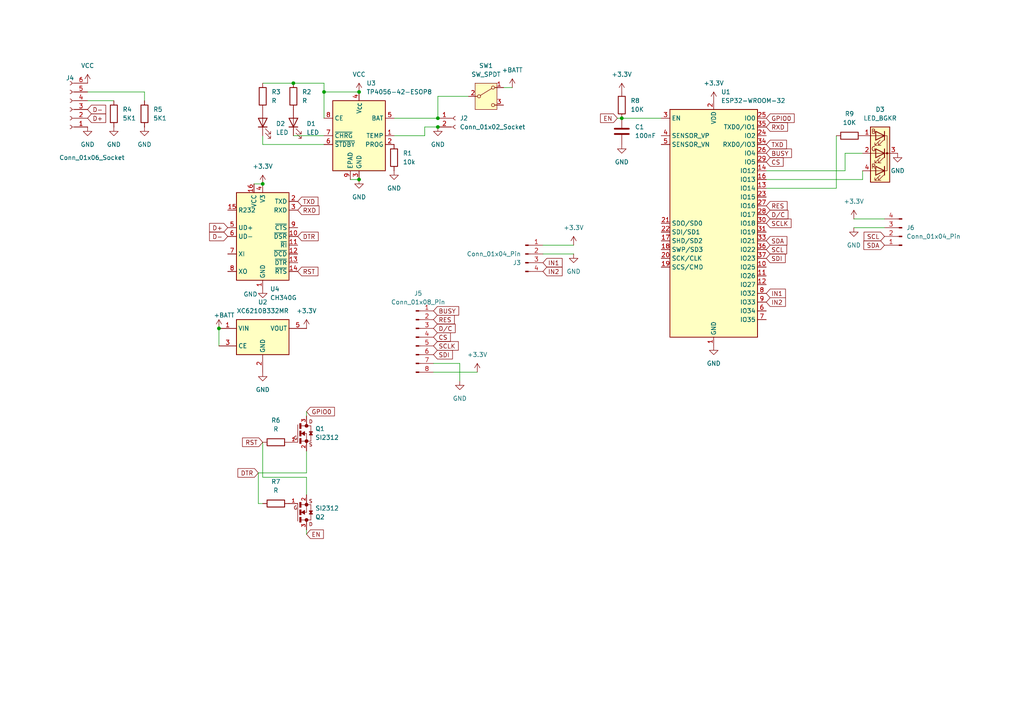
<source format=kicad_sch>
(kicad_sch (version 20250114) (generator "eeschema") (generator_version "9.0")
  (paper "A4")
  (lib_symbols
    (symbol "Battery_Management:TP4056-42-ESOP8"
      (property "Reference" "U" (at -6.604 11.684 0))
      (property "Value" "TP4056-42-ESOP8" (at 10.16 11.684 0))
      (symbol "TP4056-42-ESOP8_1_0"
        (pin input line (at -10.16 5.08 0) (length 2.54) (name "CE") (number "8"))
        (pin open_collector line (at -10.16 0 0) (length 2.54) (name "~{CHRG}") (number "7"))
        (pin open_collector line (at -10.16 -2.54 0) (length 2.54) (name "~{STDBY}") (number "6"))
        (pin passive line (at -2.54 -12.7 90) (length 2.54) (name "EPAD") (number "9"))
        (pin power_in line (at 0 12.7 270) (length 2.54) (name "V_{CC}") (number "4"))
        (pin power_in line (at 0 -12.7 90) (length 2.54) (name "GND") (number "3"))
        (pin power_out line (at 10.16 5.08 180) (length 2.54) (name "BAT") (number "5"))
        (pin input line (at 10.16 0 180) (length 2.54) (name "TEMP") (number "1"))
        (pin passive line (at 10.16 -2.54 180) (length 2.54) (name "PROG") (number "2"))
      )
      (symbol "TP4056-42-ESOP8_1_1"
        (rectangle (start -7.62 10.16) (end 7.62 -10.16) (stroke (width 0.254)) (fill (type background)))
      )
    )
    (symbol "Connector:Conn_01x02_Socket" (pin_names (offset 1.016) (hide yes))
      (property "Reference" "J" (at 0 2.54 0))
      (property "Value" "Conn_01x02_Socket" (at 0 -5.08 0))
      (symbol "Conn_01x02_Socket_1_1"
        (polyline (pts (xy -1.27 0) (xy -0.508 0)) (stroke (width 0.1524)))
        (polyline (pts (xy -1.27 -2.54) (xy -0.508 -2.54)) (stroke (width 0.1524)))
        (arc (start 0 -0.508) (mid -0.5058 0) (end 0 0.508) (stroke (width 0.1524)))
        (arc (start 0 -3.048) (mid -0.5058 -2.54) (end 0 -2.032) (stroke (width 0.1524)))
        (pin passive line (at -5.08 0 0) (length 3.81) (name "Pin_1") (number "1"))
        (pin passive line (at -5.08 -2.54 0) (length 3.81) (name "Pin_2") (number "2"))
      )
    )
    (symbol "Connector:Conn_01x04_Pin" (pin_names (offset 1.016) (hide yes))
      (property "Reference" "J" (at 0 5.08 0))
      (property "Value" "Conn_01x04_Pin" (at 0 -7.62 0))
      (symbol "Conn_01x04_Pin_1_1"
        (rectangle (start 0.8636 2.667) (end 0 2.413) (stroke (width 0.1524)) (fill (type outline)))
        (rectangle (start 0.8636 0.127) (end 0 -0.127) (stroke (width 0.1524)) (fill (type outline)))
        (rectangle (start 0.8636 -2.413) (end 0 -2.667) (stroke (width 0.1524)) (fill (type outline)))
        (rectangle (start 0.8636 -4.953) (end 0 -5.207) (stroke (width 0.1524)) (fill (type outline)))
        (polyline (pts (xy 1.27 2.54) (xy 0.8636 2.54)) (stroke (width 0.1524)))
        (polyline (pts (xy 1.27 0) (xy 0.8636 0)) (stroke (width 0.1524)))
        (polyline (pts (xy 1.27 -2.54) (xy 0.8636 -2.54)) (stroke (width 0.1524)))
        (polyline (pts (xy 1.27 -5.08) (xy 0.8636 -5.08)) (stroke (width 0.1524)))
        (pin passive line (at 5.08 2.54 180) (length 3.81) (name "Pin_1") (number "1"))
        (pin passive line (at 5.08 0 180) (length 3.81) (name "Pin_2") (number "2"))
        (pin passive line (at 5.08 -2.54 180) (length 3.81) (name "Pin_3") (number "3"))
        (pin passive line (at 5.08 -5.08 180) (length 3.81) (name "Pin_4") (number "4"))
      )
    )
    (symbol "Connector:Conn_01x06_Socket" (pin_names (offset 1.016) (hide yes))
      (property "Reference" "J" (at 0 7.62 0))
      (property "Value" "Conn_01x06_Socket" (at 0 -10.16 0))
      (symbol "Conn_01x06_Socket_1_1"
        (polyline (pts (xy -1.27 5.08) (xy -0.508 5.08)) (stroke (width 0.1524)))
        (polyline (pts (xy -1.27 2.54) (xy -0.508 2.54)) (stroke (width 0.1524)))
        (polyline (pts (xy -1.27 0) (xy -0.508 0)) (stroke (width 0.1524)))
        (polyline (pts (xy -1.27 -2.54) (xy -0.508 -2.54)) (stroke (width 0.1524)))
        (polyline (pts (xy -1.27 -5.08) (xy -0.508 -5.08)) (stroke (width 0.1524)))
        (polyline (pts (xy -1.27 -7.62) (xy -0.508 -7.62)) (stroke (width 0.1524)))
        (arc (start 0 4.572) (mid -0.5058 5.08) (end 0 5.588) (stroke (width 0.1524)))
        (arc (start 0 2.032) (mid -0.5058 2.54) (end 0 3.048) (stroke (width 0.1524)))
        (arc (start 0 -0.508) (mid -0.5058 0) (end 0 0.508) (stroke (width 0.1524)))
        (arc (start 0 -3.048) (mid -0.5058 -2.54) (end 0 -2.032) (stroke (width 0.1524)))
        (arc (start 0 -5.588) (mid -0.5058 -5.08) (end 0 -4.572) (stroke (width 0.1524)))
        (arc (start 0 -8.128) (mid -0.5058 -7.62) (end 0 -7.112) (stroke (width 0.1524)))
        (pin passive line (at -5.08 5.08 0) (length 3.81) (name "Pin_1") (number "1"))
        (pin passive line (at -5.08 2.54 0) (length 3.81) (name "Pin_2") (number "2"))
        (pin passive line (at -5.08 0 0) (length 3.81) (name "Pin_3") (number "3"))
        (pin passive line (at -5.08 -2.54 0) (length 3.81) (name "Pin_4") (number "4"))
        (pin passive line (at -5.08 -5.08 0) (length 3.81) (name "Pin_5") (number "5"))
        (pin passive line (at -5.08 -7.62 0) (length 3.81) (name "Pin_6") (number "6"))
      )
    )
    (symbol "Connector:Conn_01x08_Pin" (pin_names (offset 1.016) (hide yes))
      (property "Reference" "J" (at 0 10.16 0))
      (property "Value" "Conn_01x08_Pin" (at 0 -12.7 0))
      (symbol "Conn_01x08_Pin_1_1"
        (rectangle (start 0.8636 7.747) (end 0 7.493) (stroke (width 0.1524)) (fill (type outline)))
        (rectangle (start 0.8636 5.207) (end 0 4.953) (stroke (width 0.1524)) (fill (type outline)))
        (rectangle (start 0.8636 2.667) (end 0 2.413) (stroke (width 0.1524)) (fill (type outline)))
        (rectangle (start 0.8636 0.127) (end 0 -0.127) (stroke (width 0.1524)) (fill (type outline)))
        (rectangle (start 0.8636 -2.413) (end 0 -2.667) (stroke (width 0.1524)) (fill (type outline)))
        (rectangle (start 0.8636 -4.953) (end 0 -5.207) (stroke (width 0.1524)) (fill (type outline)))
        (rectangle (start 0.8636 -7.493) (end 0 -7.747) (stroke (width 0.1524)) (fill (type outline)))
        (rectangle (start 0.8636 -10.033) (end 0 -10.287) (stroke (width 0.1524)) (fill (type outline)))
        (polyline (pts (xy 1.27 7.62) (xy 0.8636 7.62)) (stroke (width 0.1524)))
        (polyline (pts (xy 1.27 5.08) (xy 0.8636 5.08)) (stroke (width 0.1524)))
        (polyline (pts (xy 1.27 2.54) (xy 0.8636 2.54)) (stroke (width 0.1524)))
        (polyline (pts (xy 1.27 0) (xy 0.8636 0)) (stroke (width 0.1524)))
        (polyline (pts (xy 1.27 -2.54) (xy 0.8636 -2.54)) (stroke (width 0.1524)))
        (polyline (pts (xy 1.27 -5.08) (xy 0.8636 -5.08)) (stroke (width 0.1524)))
        (polyline (pts (xy 1.27 -7.62) (xy 0.8636 -7.62)) (stroke (width 0.1524)))
        (polyline (pts (xy 1.27 -10.16) (xy 0.8636 -10.16)) (stroke (width 0.1524)))
        (pin passive line (at 5.08 7.62 180) (length 3.81) (name "Pin_1") (number "1"))
        (pin passive line (at 5.08 5.08 180) (length 3.81) (name "Pin_2") (number "2"))
        (pin passive line (at 5.08 2.54 180) (length 3.81) (name "Pin_3") (number "3"))
        (pin passive line (at 5.08 0 180) (length 3.81) (name "Pin_4") (number "4"))
        (pin passive line (at 5.08 -2.54 180) (length 3.81) (name "Pin_5") (number "5"))
        (pin passive line (at 5.08 -5.08 180) (length 3.81) (name "Pin_6") (number "6"))
        (pin passive line (at 5.08 -7.62 180) (length 3.81) (name "Pin_7") (number "7"))
        (pin passive line (at 5.08 -10.16 180) (length 3.81) (name "Pin_8") (number "8"))
      )
    )
    (symbol "Device:C" (pin_numbers (hide yes)) (pin_names (offset 0.254))
      (property "Reference" "C" (at 0.635 2.54 0))
      (property "Value" "C" (at 0.635 -2.54 0))
      (symbol "C_0_1"
        (polyline (pts (xy -2.032 0.762) (xy 2.032 0.762)) (stroke (width 0.508)))
        (polyline (pts (xy -2.032 -0.762) (xy 2.032 -0.762)) (stroke (width 0.508)))
      )
      (symbol "C_1_1"
        (pin passive line (at 0 3.81 270) (length 2.794) (name "~") (number "1"))
        (pin passive line (at 0 -3.81 90) (length 2.794) (name "~") (number "2"))
      )
    )
    (symbol "Device:LED" (pin_numbers (hide yes)) (pin_names (offset 1.016) (hide yes))
      (property "Reference" "D" (at 0 2.54 0))
      (property "Value" "LED" (at 0 -2.54 0))
      (symbol "LED_0_1"
        (polyline (pts (xy -3.048 -0.762) (xy -4.572 -2.286) (xy -3.81 -2.286) (xy -4.572 -2.286) (xy -4.572 -1.524)))
        (polyline (pts (xy -1.778 -0.762) (xy -3.302 -2.286) (xy -2.54 -2.286) (xy -3.302 -2.286) (xy -3.302 -1.524)))
        (polyline (pts (xy -1.27 0) (xy 1.27 0)))
        (polyline (pts (xy -1.27 -1.27) (xy -1.27 1.27)) (stroke (width 0.254)))
        (polyline (pts (xy 1.27 -1.27) (xy 1.27 1.27) (xy -1.27 0) (xy 1.27 -1.27)) (stroke (width 0.254)))
      )
      (symbol "LED_1_1"
        (pin passive line (at -3.81 0 0) (length 2.54) (name "K") (number "1"))
        (pin passive line (at 3.81 0 180) (length 2.54) (name "A") (number "2"))
      )
    )
    (symbol "Device:LED_BGKR" (pin_names (offset 0) (hide yes))
      (property "Reference" "D" (at 0 9.398 0))
      (property "Value" "LED_BGKR" (at 0 -8.89 0))
      (symbol "LED_BGKR_0_0"
        (text "R" (at 1.905 3.81 0) (effects (font (size 1.27 1.27))))
        (text "G" (at 1.905 -1.27 0) (effects (font (size 1.27 1.27))))
        (text "B" (at 1.905 -6.35 0) (effects (font (size 1.27 1.27))))
      )
      (symbol "LED_BGKR_0_1"
        (circle (center -2.032 0) (radius 0.254) (fill (type outline)))
        (polyline (pts (xy -1.27 6.35) (xy -1.27 3.81)) (stroke (width 0.254)))
        (polyline (pts (xy -1.27 6.35) (xy -1.27 3.81) (xy -1.27 3.81)))
        (polyline (pts (xy -1.27 5.08) (xy 1.27 5.08)))
        (polyline (pts (xy -1.27 5.08) (xy -2.032 5.08) (xy -2.032 -5.08) (xy -1.016 -5.08)))
        (polyline (pts (xy -1.27 1.27) (xy -1.27 -1.27)) (stroke (width 0.254)))
        (polyline (pts (xy -1.27 1.27) (xy -1.27 -1.27) (xy -1.27 -1.27)))
        (polyline (pts (xy -1.27 0) (xy -2.54 0)))
        (polyline (pts (xy -1.27 -3.81) (xy -1.27 -6.35)) (stroke (width 0.254)))
        (polyline (pts (xy -1.27 -5.08) (xy 1.27 -5.08)))
        (polyline (pts (xy -1.016 6.35) (xy 0.508 7.874) (xy -0.254 7.874) (xy 0.508 7.874) (xy 0.508 7.112)))
        (polyline (pts (xy -1.016 1.27) (xy 0.508 2.794) (xy -0.254 2.794) (xy 0.508 2.794) (xy 0.508 2.032)))
        (polyline (pts (xy -1.016 -3.81) (xy 0.508 -2.286) (xy -0.254 -2.286) (xy 0.508 -2.286) (xy 0.508 -3.048)))
        (polyline (pts (xy 0 6.35) (xy 1.524 7.874) (xy 0.762 7.874) (xy 1.524 7.874) (xy 1.524 7.112)))
        (polyline (pts (xy 0 1.27) (xy 1.524 2.794) (xy 0.762 2.794) (xy 1.524 2.794) (xy 1.524 2.032)))
        (polyline (pts (xy 0 -3.81) (xy 1.524 -2.286) (xy 0.762 -2.286) (xy 1.524 -2.286) (xy 1.524 -3.048)))
        (polyline (pts (xy 1.27 6.35) (xy 1.27 3.81) (xy -1.27 5.08) (xy 1.27 6.35)) (stroke (width 0.254)))
        (rectangle (start 1.27 6.35) (end 1.27 6.35))
        (polyline (pts (xy 1.27 5.08) (xy 2.54 5.08)))
        (rectangle (start 1.27 3.81) (end 1.27 6.35))
        (polyline (pts (xy 1.27 1.27) (xy 1.27 -1.27) (xy -1.27 0) (xy 1.27 1.27)) (stroke (width 0.254)))
        (rectangle (start 1.27 1.27) (end 1.27 1.27))
        (polyline (pts (xy 1.27 0) (xy -1.27 0)))
        (polyline (pts (xy 1.27 0) (xy 2.54 0)))
        (rectangle (start 1.27 -1.27) (end 1.27 1.27))
        (polyline (pts (xy 1.27 -3.81) (xy 1.27 -6.35) (xy -1.27 -5.08) (xy 1.27 -3.81)) (stroke (width 0.254)))
        (polyline (pts (xy 1.27 -5.08) (xy 2.54 -5.08)))
        (rectangle (start 2.794 8.382) (end -2.794 -7.62) (stroke (width 0.254)) (fill (type background)))
      )
      (symbol "LED_BGKR_1_1"
        (pin passive line (at -5.08 0 0) (length 2.54) (name "K") (number "3"))
        (pin passive line (at 5.08 5.08 180) (length 2.54) (name "RA") (number "4"))
        (pin passive line (at 5.08 0 180) (length 2.54) (name "GA") (number "2"))
        (pin passive line (at 5.08 -5.08 180) (length 2.54) (name "BA") (number "1"))
      )
    )
    (symbol "Device:R" (pin_numbers (hide yes)) (pin_names (offset 0))
      (property "Reference" "R" (at 2.032 0 90))
      (property "Value" "R" (at 0 0 90))
      (symbol "R_0_1"
        (rectangle (start -1.016 -2.54) (end 1.016 2.54) (stroke (width 0.254)))
      )
      (symbol "R_1_1"
        (pin passive line (at 0 3.81 270) (length 1.27) (name "~") (number "1"))
        (pin passive line (at 0 -3.81 90) (length 1.27) (name "~") (number "2"))
      )
    )
    (symbol "Interface_USB:CH340G"
      (property "Reference" "U" (at -5.08 13.97 0))
      (property "Value" "CH340G" (at 1.27 13.97 0))
      (symbol "CH340G_0_1"
        (rectangle (start -7.62 12.7) (end 7.62 -12.7) (stroke (width 0.254)) (fill (type background)))
      )
      (symbol "CH340G_1_1"
        (pin input line (at -10.16 7.62 0) (length 2.54) (name "R232") (number "15"))
        (pin bidirectional line (at -10.16 2.54 0) (length 2.54) (name "UD+") (number "5"))
        (pin bidirectional line (at -10.16 0 0) (length 2.54) (name "UD-") (number "6"))
        (pin input line (at -10.16 -5.08 0) (length 2.54) (name "XI") (number "7"))
        (pin output line (at -10.16 -10.16 0) (length 2.54) (name "XO") (number "8"))
        (pin power_in line (at -2.54 15.24 270) (length 2.54) (name "VCC") (number "16"))
        (pin power_out line (at 0 15.24 270) (length 2.54) (name "V3") (number "4"))
        (pin power_in line (at 0 -15.24 90) (length 2.54) (name "GND") (number "1"))
        (pin output line (at 10.16 10.16 180) (length 2.54) (name "TXD") (number "2"))
        (pin input line (at 10.16 7.62 180) (length 2.54) (name "RXD") (number "3"))
        (pin input line (at 10.16 2.54 180) (length 2.54) (name "~{CTS}") (number "9"))
        (pin input line (at 10.16 0 180) (length 2.54) (name "~{DSR}") (number "10"))
        (pin input line (at 10.16 -2.54 180) (length 2.54) (name "~{RI}") (number "11"))
        (pin input line (at 10.16 -5.08 180) (length 2.54) (name "~{DCD}") (number "12"))
        (pin output line (at 10.16 -7.62 180) (length 2.54) (name "~{DTR}") (number "13"))
        (pin output line (at 10.16 -10.16 180) (length 2.54) (name "~{RTS}") (number "14"))
      )
    )
    (symbol "RF_Module:ESP32-WROOM-32"
      (property "Reference" "U" (at -12.7 34.29 0))
      (property "Value" "ESP32-WROOM-32" (at 1.27 34.29 0))
      (symbol "ESP32-WROOM-32_0_1"
        (rectangle (start -12.7 33.02) (end 12.7 -33.02) (stroke (width 0.254)) (fill (type background)))
      )
      (symbol "ESP32-WROOM-32_1_1"
        (pin input line (at -15.24 30.48 0) (length 2.54) (name "EN") (number "3"))
        (pin input line (at -15.24 25.4 0) (length 2.54) (name "SENSOR_VP") (number "4"))
        (pin input line (at -15.24 22.86 0) (length 2.54) (name "SENSOR_VN") (number "5"))
        (pin bidirectional line (at -15.24 0 0) (length 2.54) (name "SDO/SD0") (number "21"))
        (pin bidirectional line (at -15.24 -2.54 0) (length 2.54) (name "SDI/SD1") (number "22"))
        (pin bidirectional line (at -15.24 -5.08 0) (length 2.54) (name "SHD/SD2") (number "17"))
        (pin bidirectional line (at -15.24 -7.62 0) (length 2.54) (name "SWP/SD3") (number "18"))
        (pin bidirectional line (at -15.24 -10.16 0) (length 2.54) (name "SCK/CLK") (number "20"))
        (pin bidirectional line (at -15.24 -12.7 0) (length 2.54) (name "SCS/CMD") (number "19"))
        (pin no_connect line (at -12.7 -27.94 0) (length 2.54) (hide yes) (name "NC") (number "32"))
        (pin power_in line (at 0 35.56 270) (length 2.54) (name "VDD") (number "2"))
        (pin power_in line (at 0 -35.56 90) (length 2.54) (name "GND") (number "1"))
        (pin passive line (at 0 -35.56 90) (length 2.54) (hide yes) (name "GND") (number "15"))
        (pin passive line (at 0 -35.56 90) (length 2.54) (hide yes) (name "GND") (number "38"))
        (pin passive line (at 0 -35.56 90) (length 2.54) (hide yes) (name "GND") (number "39"))
        (pin bidirectional line (at 15.24 30.48 180) (length 2.54) (name "IO0") (number "25"))
        (pin bidirectional line (at 15.24 27.94 180) (length 2.54) (name "TXD0/IO1") (number "35"))
        (pin bidirectional line (at 15.24 25.4 180) (length 2.54) (name "IO2") (number "24"))
        (pin bidirectional line (at 15.24 22.86 180) (length 2.54) (name "RXD0/IO3") (number "34"))
        (pin bidirectional line (at 15.24 20.32 180) (length 2.54) (name "IO4") (number "26"))
        (pin bidirectional line (at 15.24 17.78 180) (length 2.54) (name "IO5") (number "29"))
        (pin bidirectional line (at 15.24 15.24 180) (length 2.54) (name "IO12") (number "14"))
        (pin bidirectional line (at 15.24 12.7 180) (length 2.54) (name "IO13") (number "16"))
        (pin bidirectional line (at 15.24 10.16 180) (length 2.54) (name "IO14") (number "13"))
        (pin bidirectional line (at 15.24 7.62 180) (length 2.54) (name "IO15") (number "23"))
        (pin bidirectional line (at 15.24 5.08 180) (length 2.54) (name "IO16") (number "27"))
        (pin bidirectional line (at 15.24 2.54 180) (length 2.54) (name "IO17") (number "28"))
        (pin bidirectional line (at 15.24 0 180) (length 2.54) (name "IO18") (number "30"))
        (pin bidirectional line (at 15.24 -2.54 180) (length 2.54) (name "IO19") (number "31"))
        (pin bidirectional line (at 15.24 -5.08 180) (length 2.54) (name "IO21") (number "33"))
        (pin bidirectional line (at 15.24 -7.62 180) (length 2.54) (name "IO22") (number "36"))
        (pin bidirectional line (at 15.24 -10.16 180) (length 2.54) (name "IO23") (number "37"))
        (pin bidirectional line (at 15.24 -12.7 180) (length 2.54) (name "IO25") (number "10"))
        (pin bidirectional line (at 15.24 -15.24 180) (length 2.54) (name "IO26") (number "11"))
        (pin bidirectional line (at 15.24 -17.78 180) (length 2.54) (name "IO27") (number "12"))
        (pin bidirectional line (at 15.24 -20.32 180) (length 2.54) (name "IO32") (number "8"))
        (pin bidirectional line (at 15.24 -22.86 180) (length 2.54) (name "IO33") (number "9"))
        (pin input line (at 15.24 -25.4 180) (length 2.54) (name "IO34") (number "6"))
        (pin input line (at 15.24 -27.94 180) (length 2.54) (name "IO35") (number "7"))
      )
    )
    (symbol "Regulator_Linear:XC6210B332MR"
      (property "Reference" "U" (at 0 8.89 0))
      (property "Value" "XC6210B332MR" (at 0 6.35 0))
      (symbol "XC6210B332MR_0_1"
        (rectangle (start -7.62 5.08) (end 7.62 -5.08) (stroke (width 0.254)) (fill (type background)))
      )
      (symbol "XC6210B332MR_1_1"
        (pin power_in line (at -12.7 2.54 0) (length 5.08) (name "VIN") (number "1"))
        (pin input line (at -12.7 -2.54 0) (length 5.08) (name "CE") (number "3"))
        (pin power_in line (at 0 -10.16 90) (length 5.08) (name "GND") (number "2"))
        (pin no_connect line (at 7.62 -2.54 180) (length 5.08) (hide yes) (name "NC") (number "4"))
        (pin power_out line (at 12.7 2.54 180) (length 5.08) (name "VOUT") (number "5"))
      )
    )
    (symbol "SI2312:SI2312" (pin_names (offset 1.016))
      (property "Reference" "Q" (at 2.54 0 0))
      (property "Value" "SI2312" (at 2.54 -2.54 0))
      (symbol "SI2312_0_0"
        (polyline (pts (xy -2.54 -2.54) (xy -2.54 2.54)) (stroke (width 0.1524)))
        (rectangle (start -2.032 1.397) (end -1.524 2.921) (stroke (width 0.1)) (fill (type outline)))
        (rectangle (start -2.032 -0.762) (end -1.524 0.762) (stroke (width 0.1)) (fill (type outline)))
        (rectangle (start -2.032 -2.921) (end -1.524 -1.397) (stroke (width 0.1)) (fill (type outline)))
        (polyline (pts (xy -1.5875 2.2225) (xy 0 2.2225)) (stroke (width 0.1524)))
        (polyline (pts (xy -1.5875 -2.2225) (xy 0 -2.2225)) (stroke (width 0.1524)))
        (polyline (pts (xy -1.524 0) (xy -0.508 0.635) (xy -0.508 -0.635) (xy -1.524 0)) (stroke (width 0.1016)) (fill (type outline)))
        (polyline (pts (xy -0.508 0) (xy 0 0)) (stroke (width 0.1524)))
        (polyline (pts (xy 0 2.54) (xy 0 2.2225)) (stroke (width 0.1524)))
        (circle (center 0 2.2225) (radius 0.127) (stroke (width 0.4064)))
        (polyline (pts (xy 0 2.2225) (xy 1.27 2.2225)) (stroke (width 0.1524)))
        (polyline (pts (xy 0 0) (xy 0 -2.2225)) (stroke (width 0.1524)))
        (polyline (pts (xy 0 -2.2225) (xy 0 -2.54)) (stroke (width 0.1524)))
        (circle (center 0 -2.2225) (radius 0.127) (stroke (width 0.4064)))
        (rectangle (start 0.762 0.3175) (end 1.778 0.5715) (stroke (width 0.1)) (fill (type outline)))
        (polyline (pts (xy 1.27 2.2225) (xy 1.27 -2.2225)) (stroke (width 0.1524)))
        (polyline (pts (xy 1.27 0.3175) (xy 0.762 -0.4445) (xy 1.778 -0.4445) (xy 1.27 0.3175)) (stroke (width 0.1524)) (fill (type outline)))
        (polyline (pts (xy 1.27 -2.2225) (xy 0 -2.2225)) (stroke (width 0.1524)))
        (text "G" (at -3.81 -1.905 0) (effects (font (size 1.016 1.016)) (justify left bottom)))
        (text "D" (at 0.635 2.8575 0) (effects (font (size 1.016 1.016)) (justify left bottom)))
        (text "S" (at 0.635 -3.81 0) (effects (font (size 1.016 1.016)) (justify left bottom)))
        (pin passive line (at -5.08 -2.54 0) (length 2.54) (name "~") (number "1"))
        (pin passive line (at 0 5.08 270) (length 2.54) (name "~") (number "3"))
        (pin passive line (at 0 -5.08 90) (length 2.54) (name "~") (number "2"))
      )
    )
    (symbol "Switch:SW_SPDT" (pin_names (offset 0) (hide yes))
      (property "Reference" "SW" (at 0 5.08 0))
      (property "Value" "SW_SPDT" (at 0 -5.08 0))
      (symbol "SW_SPDT_0_1"
        (circle (center -2.032 0) (radius 0.4572))
        (polyline (pts (xy -1.651 0.254) (xy 1.651 2.286)))
        (circle (center 2.032 2.54) (radius 0.4572))
        (circle (center 2.032 -2.54) (radius 0.4572))
      )
      (symbol "SW_SPDT_1_1"
        (rectangle (start -3.175 3.81) (end 3.175 -3.81) (fill (type background)))
        (pin passive line (at -5.08 0 0) (length 2.54) (name "B") (number "2"))
        (pin passive line (at 5.08 2.54 180) (length 2.54) (name "A") (number "1"))
        (pin passive line (at 5.08 -2.54 180) (length 2.54) (name "C") (number "3"))
      )
    )
    (symbol "power:+3.3V" (power) (pin_numbers (hide yes)) (pin_names (offset 0) (hide yes))
      (property "Value" "+3.3V" (at 0 3.556 0))
      (symbol "+3.3V_0_1"
        (polyline (pts (xy -0.762 1.27) (xy 0 2.54)))
        (polyline (pts (xy 0 2.54) (xy 0.762 1.27)))
        (polyline (pts (xy 0 0) (xy 0 2.54)))
      )
      (symbol "+3.3V_1_1"
        (pin power_in line (at 0 0 90) (length 0) (name "~") (number "1"))
      )
    )
    (symbol "power:+BATT" (power) (pin_numbers (hide yes)) (pin_names (offset 0) (hide yes))
      (property "Value" "+BATT" (at 0 3.556 0))
      (symbol "+BATT_0_1"
        (polyline (pts (xy -0.762 1.27) (xy 0 2.54)))
        (polyline (pts (xy 0 2.54) (xy 0.762 1.27)))
        (polyline (pts (xy 0 0) (xy 0 2.54)))
      )
      (symbol "+BATT_1_1"
        (pin power_in line (at 0 0 90) (length 0) (name "~") (number "1"))
      )
    )
    (symbol "power:GND" (power) (pin_numbers (hide yes)) (pin_names (offset 0) (hide yes))
      (property "Value" "GND" (at 0 -3.81 0))
      (symbol "GND_0_1"
        (polyline (pts (xy 0 0) (xy 0 -1.27) (xy 1.27 -1.27) (xy 0 -2.54) (xy -1.27 -1.27) (xy 0 -1.27)))
      )
      (symbol "GND_1_1"
        (pin power_in line (at 0 0 270) (length 0) (name "~") (number "1"))
      )
    )
    (symbol "power:VCC" (power) (pin_numbers (hide yes)) (pin_names (offset 0) (hide yes))
      (property "Value" "VCC" (at 0 3.556 0))
      (symbol "VCC_0_1"
        (polyline (pts (xy -0.762 1.27) (xy 0 2.54)))
        (polyline (pts (xy 0 2.54) (xy 0.762 1.27)))
        (polyline (pts (xy 0 0) (xy 0 2.54)))
      )
      (symbol "VCC_1_1"
        (pin power_in line (at 0 0 90) (length 0) (name "~") (number "1"))
      )
    )
  )
  (junction (at 127 34.29))
  (junction (at 127 36.83))
  (junction (at 180.34 34.29))
  (junction (at 85.09 24.13))
  (junction (at 76.2 53.34))
  (junction (at 104.14 52.07))
  (junction (at 63.5 95.25))
  (junction (at 104.14 26.67))
  (junction (at 93.98 26.67))
  (wire (pts (xy 250.19 44.45) (xy 245.11 44.45)))
  (wire (pts (xy 63.5 95.25) (xy 63.5 100.33)))
  (wire (pts (xy 76.2 138.43) (xy 88.9 138.43)))
  (wire (pts (xy 180.34 34.29) (xy 191.77 34.29)))
  (wire (pts (xy 123.19 36.83) (xy 123.19 39.37)))
  (wire (pts (xy 127 27.94) (xy 127 34.29)))
  (wire (pts (xy 88.9 138.43) (xy 88.9 143.51)))
  (wire (pts (xy 114.3 34.29) (xy 127 34.29)))
  (wire (pts (xy 157.48 71.12) (xy 166.37 71.12)))
  (wire (pts (xy 85.09 24.13) (xy 93.98 24.13)))
  (wire (pts (xy 250.19 52.07) (xy 222.25 52.07)))
  (wire (pts (xy 125.73 107.95) (xy 138.43 107.95)))
  (wire (pts (xy 250.19 49.53) (xy 250.19 52.07)))
  (wire (pts (xy 74.93 146.05) (xy 76.2 146.05)))
  (wire (pts (xy 93.98 41.91) (xy 76.2 41.91)))
  (wire (pts (xy 148.59 25.4) (xy 146.05 25.4)))
  (wire (pts (xy 88.9 137.16) (xy 74.93 137.16)))
  (wire (pts (xy 247.65 66.04) (xy 256.54 66.04)))
  (wire (pts (xy 76.2 24.13) (xy 85.09 24.13)))
  (wire (pts (xy 88.9 130.81) (xy 88.9 137.16)))
  (wire (pts (xy 245.11 49.53) (xy 222.25 49.53)))
  (wire (pts (xy 242.57 54.61) (xy 222.25 54.61)))
  (wire (pts (xy 25.4 26.67) (xy 41.91 26.67)))
  (wire (pts (xy 133.35 110.49) (xy 133.35 105.41)))
  (wire (pts (xy 73.66 53.34) (xy 76.2 53.34)))
  (wire (pts (xy 41.91 26.67) (xy 41.91 29.21)))
  (wire (pts (xy 245.11 44.45) (xy 245.11 49.53)))
  (wire (pts (xy 74.93 137.16) (xy 74.93 146.05)))
  (wire (pts (xy 101.6 52.07) (xy 104.14 52.07)))
  (wire (pts (xy 123.19 36.83) (xy 127 36.83)))
  (wire (pts (xy 114.3 39.37) (xy 123.19 39.37)))
  (wire (pts (xy 247.65 63.5) (xy 256.54 63.5)))
  (wire (pts (xy 85.09 39.37) (xy 93.98 39.37)))
  (wire (pts (xy 133.35 105.41) (xy 125.73 105.41)))
  (wire (pts (xy 33.02 29.21) (xy 25.4 29.21)))
  (wire (pts (xy 88.9 154.94) (xy 88.9 153.67)))
  (wire (pts (xy 179.07 34.29) (xy 180.34 34.29)))
  (wire (pts (xy 76.2 41.91) (xy 76.2 39.37)))
  (wire (pts (xy 88.9 119.38) (xy 88.9 120.65)))
  (wire (pts (xy 93.98 26.67) (xy 104.14 26.67)))
  (wire (pts (xy 242.57 39.37) (xy 242.57 54.61)))
  (wire (pts (xy 135.89 27.94) (xy 127 27.94)))
  (wire (pts (xy 93.98 34.29) (xy 93.98 26.67)))
  (wire (pts (xy 157.48 73.66) (xy 166.37 73.66)))
  (wire (pts (xy 76.2 128.27) (xy 76.2 138.43)))
  (wire (pts (xy 93.98 24.13) (xy 93.98 26.67)))
  (global_label "CS" (shape input) (at 125.73 97.79 0) (property "Intersheetrefs" "${INTERSHEET_REFS}" (effects (hide yes))))
  (global_label "D{slash}C" (shape input) (at 125.73 95.25 0) (property "Intersheetrefs" "${INTERSHEET_REFS}" (effects (hide yes))))
  (global_label "RES" (shape input) (at 125.73 92.71 0) (property "Intersheetrefs" "${INTERSHEET_REFS}" (effects (hide yes))))
  (global_label "SDI" (shape input) (at 125.73 102.87 0) (property "Intersheetrefs" "${INTERSHEET_REFS}" (effects (hide yes))))
  (global_label "SCL" (shape input) (at 222.25 72.39 0) (property "Intersheetrefs" "${INTERSHEET_REFS}" (effects (hide yes))))
  (global_label "EN" (shape input) (at 179.07 34.29 180) (property "Intersheetrefs" "${INTERSHEET_REFS}" (effects (hide yes))))
  (global_label "DTR" (shape input) (at 86.36 68.58 0) (property "Intersheetrefs" "${INTERSHEET_REFS}" (effects (hide yes))))
  (global_label "IN1" (shape input) (at 222.25 85.09 0) (property "Intersheetrefs" "${INTERSHEET_REFS}" (effects (hide yes))))
  (global_label "D-" (shape input) (at 25.4 31.75 0) (property "Intersheetrefs" "${INTERSHEET_REFS}" (effects (hide yes))))
  (global_label "GPIO0" (shape input) (at 222.25 34.29 0) (property "Intersheetrefs" "${INTERSHEET_REFS}" (effects (hide yes))))
  (global_label "D+" (shape input) (at 25.4 34.29 0) (property "Intersheetrefs" "${INTERSHEET_REFS}" (effects (hide yes))))
  (global_label "TXD" (shape input) (at 86.36 58.42 0) (property "Intersheetrefs" "${INTERSHEET_REFS}" (effects (hide yes))))
  (global_label "SDA" (shape input) (at 222.25 69.85 0) (property "Intersheetrefs" "${INTERSHEET_REFS}" (effects (hide yes))))
  (global_label "IN2" (shape input) (at 222.25 87.63 0) (property "Intersheetrefs" "${INTERSHEET_REFS}" (effects (hide yes))))
  (global_label "TXD" (shape input) (at 222.25 41.91 0) (property "Intersheetrefs" "${INTERSHEET_REFS}" (effects (hide yes))))
  (global_label "SCLK" (shape input) (at 222.25 64.77 0) (property "Intersheetrefs" "${INTERSHEET_REFS}" (effects (hide yes))))
  (global_label "EN" (shape input) (at 88.9 154.94 0) (property "Intersheetrefs" "${INTERSHEET_REFS}" (effects (hide yes))))
  (global_label "D{slash}C" (shape input) (at 222.25 62.23 0) (property "Intersheetrefs" "${INTERSHEET_REFS}" (effects (hide yes))))
  (global_label "D-" (shape input) (at 66.04 68.58 180) (property "Intersheetrefs" "${INTERSHEET_REFS}" (effects (hide yes))))
  (global_label "RES" (shape input) (at 222.25 59.69 0) (property "Intersheetrefs" "${INTERSHEET_REFS}" (effects (hide yes))))
  (global_label "IN1" (shape input) (at 157.48 76.2 0) (property "Intersheetrefs" "${INTERSHEET_REFS}" (effects (hide yes))))
  (global_label "SDA" (shape input) (at 256.54 71.12 180) (property "Intersheetrefs" "${INTERSHEET_REFS}" (effects (hide yes))))
  (global_label "RST" (shape input) (at 76.2 128.27 180) (property "Intersheetrefs" "${INTERSHEET_REFS}" (effects (hide yes))))
  (global_label "RXD" (shape input) (at 86.36 60.96 0) (property "Intersheetrefs" "${INTERSHEET_REFS}" (effects (hide yes))))
  (global_label "RST" (shape input) (at 86.36 78.74 0) (property "Intersheetrefs" "${INTERSHEET_REFS}" (effects (hide yes))))
  (global_label "SCL" (shape input) (at 256.54 68.58 180) (property "Intersheetrefs" "${INTERSHEET_REFS}" (effects (hide yes))))
  (global_label "D+" (shape input) (at 66.04 66.04 180) (property "Intersheetrefs" "${INTERSHEET_REFS}" (effects (hide yes))))
  (global_label "CS" (shape input) (at 222.25 46.99 0) (property "Intersheetrefs" "${INTERSHEET_REFS}" (effects (hide yes))))
  (global_label "IN2" (shape input) (at 157.48 78.74 0) (property "Intersheetrefs" "${INTERSHEET_REFS}" (effects (hide yes))))
  (global_label "SCLK" (shape input) (at 125.73 100.33 0) (property "Intersheetrefs" "${INTERSHEET_REFS}" (effects (hide yes))))
  (global_label "GPIO0" (shape input) (at 88.9 119.38 0) (property "Intersheetrefs" "${INTERSHEET_REFS}" (effects (hide yes))))
  (global_label "DTR" (shape input) (at 74.93 137.16 180) (property "Intersheetrefs" "${INTERSHEET_REFS}" (effects (hide yes))))
  (global_label "BUSY" (shape input) (at 222.25 44.45 0) (property "Intersheetrefs" "${INTERSHEET_REFS}" (effects (hide yes))))
  (global_label "RXD" (shape input) (at 222.25 36.83 0) (property "Intersheetrefs" "${INTERSHEET_REFS}" (effects (hide yes))))
  (global_label "SDI" (shape input) (at 222.25 74.93 0) (property "Intersheetrefs" "${INTERSHEET_REFS}" (effects (hide yes))))
  (global_label "BUSY" (shape input) (at 125.73 90.17 0) (property "Intersheetrefs" "${INTERSHEET_REFS}" (effects (hide yes))))
  (symbol (lib_id "Device:C") (at 180.34 38.1 0) (unit 1)
    (property "Reference" "C1" (at 184.15 36.8299 0) (effects (justify left)))
    (property "Value" "100nF" (at 184.15 39.3699 0) (effects (justify left)))
    (property "Footprint" "Capacitor_SMD:C_0805_2012Metric_Pad1.18x1.45mm_HandSolder" (effects (hide yes)))
    (property "Description" "Unpolarized capacitor" (effects (hide yes)))
  )
  (symbol (lib_id "power:VCC") (at 104.14 26.67 0) (unit 1)
    (property "Reference" "#PWR06" (effects (hide yes)))
    (property "Value" "VCC" (at 104.14 21.59 0))
    (property "Description" "Power symbol creates a global label with name \"VCC\"" (effects (hide yes)))
  )
  (symbol (lib_id "Connector:Conn_01x02_Socket") (at 132.08 34.29 0) (unit 1)
    (property "Reference" "J2" (at 133.35 34.2899 0) (effects (justify left)))
    (property "Value" "Conn_01x02_Socket" (at 133.35 36.8299 0) (effects (justify left)))
    (property "Footprint" "Connector_JST:JST_PH_S2B-PH-K_1x02_P2.00mm_Horizontal" (effects (hide yes)))
    (property "Description" "Generic connector, single row, 01x02, script generated" (effects (hide yes)))
  )
  (symbol (lib_id "Device:R") (at 41.91 33.02 0) (unit 1)
    (property "Reference" "R5" (at 44.45 31.7499 0) (effects (justify left)))
    (property "Value" "5K1" (at 44.45 34.2899 0) (effects (justify left)))
    (property "Footprint" "Resistor_SMD:R_0805_2012Metric_Pad1.20x1.40mm_HandSolder" (effects (hide yes)))
    (property "Description" "Resistor" (effects (hide yes)))
  )
  (symbol (lib_id "power:GND") (at 25.4 36.83 0) (unit 1)
    (property "Reference" "#PWR019" (effects (hide yes)))
    (property "Value" "GND" (at 25.4 41.91 0))
    (property "Description" "Power symbol creates a global label with name \"GND\" , ground" (effects (hide yes)))
  )
  (symbol (lib_id "Device:LED_BGKR") (at 255.27 44.45 180) (unit 1)
    (property "Reference" "D3" (at 255.27 31.75 0))
    (property "Value" "LED_BGKR" (at 255.27 34.29 0))
    (property "Footprint" "LED_THT:LED_D5.0mm-4_RGB" (effects (hide yes)))
    (property "Description" "RGB LED, blue/green/cathode/red" (effects (hide yes)))
  )
  (symbol (lib_id "SI2312:SI2312") (at 88.9 125.73 0) (unit 1)
    (property "Reference" "Q1" (at 91.44 124.3564 0) (effects (justify left)))
    (property "Value" "SI2312" (at 91.44 126.8964 0) (effects (justify left)))
    (property "Footprint" "SI2312:SOT23" (effects (hide yes)))
    (property "MF" "Micro Commercial Components" (effects (hide yes)))
    (property "Purchase-URL" "https://pricing.snapeda.com/search/part/SI2312/?ref=eda" (effects (hide yes)))
    (property "Package" "SOT-23 MCC" (effects (hide yes)))
    (property "Price" "None" (effects (hide yes)))
    (property "Check_prices" "https://www.snapeda.com/parts/SI2312-TP/Micro+Commercial/view-part/?ref=eda" (effects (hide yes)))
    (property "SnapEDA_Link" "https://www.snapeda.com/parts/SI2312-TP/Micro+Commercial/view-part/?ref=snap" (effects (hide yes)))
    (property "MP" "SI2312-TP" (effects (hide yes)))
    (property "Availability" "In Stock" (effects (hide yes)))
    (property "Description_1" "N-Channel 20V 5A (Ta) 350mW (Ta) Surface Mount SOT-23-3" (effects (hide yes)))
  )
  (symbol (lib_id "power:GND") (at 114.3 49.53 0) (mirror y) (unit 1)
    (property "Reference" "#PWR011" (effects (hide yes)))
    (property "Value" "GND" (at 114.3 54.61 0))
    (property "Description" "Power symbol creates a global label with name \"GND\" , ground" (effects (hide yes)))
  )
  (symbol (lib_id "Connector:Conn_01x04_Pin") (at 261.62 68.58 180) (unit 1)
    (property "Reference" "J6" (at 262.89 66.0399 0) (effects (justify right)))
    (property "Value" "Conn_01x04_Pin" (at 262.89 68.5799 0) (effects (justify right)))
    (property "Footprint" "Connector_JST:JST_XH_B4B-XH-AM_1x04_P2.50mm_Vertical" (effects (hide yes)))
    (property "Description" "Generic connector, single row, 01x04, script generated" (effects (hide yes)))
  )
  (symbol (lib_id "Connector:Conn_01x04_Pin") (at 152.4 73.66 0) (unit 1)
    (property "Reference" "J3" (at 151.13 76.2001 0) (effects (justify right)))
    (property "Value" "Conn_01x04_Pin" (at 151.13 73.6601 0) (effects (justify right)))
    (property "Footprint" "Connector_PinHeader_2.54mm:PinHeader_1x04_P2.54mm_Vertical" (effects (hide yes)))
    (property "Description" "Generic connector, single row, 01x04, script generated" (effects (hide yes)))
  )
  (symbol (lib_id "power:GND") (at 33.02 36.83 0) (unit 1)
    (property "Reference" "#PWR012" (effects (hide yes)))
    (property "Value" "GND" (at 33.02 41.91 0))
    (property "Description" "Power symbol creates a global label with name \"GND\" , ground" (effects (hide yes)))
  )
  (symbol (lib_id "power:GND") (at 207.01 100.33 0) (unit 1)
    (property "Reference" "#PWR04" (effects (hide yes)))
    (property "Value" "GND" (at 207.01 105.41 0))
    (property "Description" "Power symbol creates a global label with name \"GND\" , ground" (effects (hide yes)))
  )
  (symbol (lib_id "power:+3.3V") (at 180.34 26.67 0) (unit 1)
    (property "Reference" "#PWR025" (effects (hide yes)))
    (property "Value" "+3.3V" (at 180.34 21.59 0))
    (property "Description" "Power symbol creates a global label with name \"+3.3V\"" (effects (hide yes)))
  )
  (symbol (lib_id "power:+3.3V") (at 166.37 71.12 0) (unit 1)
    (property "Reference" "#PWR017" (effects (hide yes)))
    (property "Value" "+3.3V" (at 166.37 66.04 0))
    (property "Description" "Power symbol creates a global label with name \"+3.3V\"" (effects (hide yes)))
  )
  (symbol (lib_id "power:GND") (at 247.65 66.04 0) (unit 1)
    (property "Reference" "#PWR026" (effects (hide yes)))
    (property "Value" "GND" (at 247.65 71.12 0))
    (property "Description" "Power symbol creates a global label with name \"GND\" , ground" (effects (hide yes)))
  )
  (symbol (lib_id "Connector:Conn_01x06_Socket") (at 20.32 31.75 180) (unit 1)
    (property "Reference" "J4" (at 20.32 22.606 0))
    (property "Value" "Conn_01x06_Socket" (at 26.67 45.72 0))
    (property "Footprint" "Connector_JST:JST_PH_S6B-PH-K_1x06_P2.00mm_Horizontal" (effects (hide yes)))
    (property "Description" "Generic connector, single row, 01x06, script generated" (effects (hide yes)))
  )
  (symbol (lib_id "power:GND") (at 41.91 36.83 0) (unit 1)
    (property "Reference" "#PWR013" (effects (hide yes)))
    (property "Value" "GND" (at 41.91 41.91 0))
    (property "Description" "Power symbol creates a global label with name \"GND\" , ground" (effects (hide yes)))
  )
  (symbol (lib_id "power:+BATT") (at 63.5 95.25 0) (unit 1)
    (property "Reference" "#PWR014" (effects (hide yes)))
    (property "Value" "+BATT" (at 65.024 91.44 0))
    (property "Description" "Power symbol creates a global label with name \"+BATT\"" (effects (hide yes)))
  )
  (symbol (lib_id "power:GND") (at 104.14 52.07 0) (mirror y) (unit 1)
    (property "Reference" "#PWR09" (effects (hide yes)))
    (property "Value" "GND" (at 104.14 57.15 0))
    (property "Description" "Power symbol creates a global label with name \"GND\" , ground" (effects (hide yes)))
  )
  (symbol (lib_id "Interface_USB:CH340G") (at 76.2 68.58 0) (unit 1)
    (property "Reference" "U4" (at 78.3433 83.82 0) (effects (justify left)))
    (property "Value" "CH340G" (at 78.3433 86.36 0) (effects (justify left)))
    (property "Footprint" "Package_SO:SOIC-16_3.9x9.9mm_P1.27mm" (effects (hide yes)))
    (property "Datasheet" "http://www.datasheet5.com/pdf-local-2195953" (effects (hide yes)))
    (property "Description" "USB serial converter, UART, SOIC-16" (effects (hide yes)))
  )
  (symbol (lib_id "power:+3.3V") (at 247.65 63.5 0) (unit 1)
    (property "Reference" "#PWR027" (effects (hide yes)))
    (property "Value" "+3.3V" (at 247.65 58.42 0))
    (property "Description" "Power symbol creates a global label with name \"+3.3V\"" (effects (hide yes)))
  )
  (symbol (lib_id "Device:R") (at 80.01 146.05 90) (unit 1)
    (property "Reference" "R7" (at 80.01 139.7 90))
    (property "Value" "R" (at 80.01 142.24 90))
    (property "Footprint" "Resistor_SMD:R_0805_2012Metric_Pad1.20x1.40mm_HandSolder" (effects (hide yes)))
    (property "Description" "Resistor" (effects (hide yes)))
  )
  (symbol (lib_id "Device:R") (at 85.09 27.94 0) (unit 1)
    (property "Reference" "R2" (at 87.63 26.6699 0) (effects (justify left)))
    (property "Value" "R" (at 87.63 29.2099 0) (effects (justify left)))
    (property "Footprint" "Resistor_SMD:R_0805_2012Metric_Pad1.20x1.40mm_HandSolder" (effects (hide yes)))
    (property "Description" "Resistor" (effects (hide yes)))
  )
  (symbol (lib_id "RF_Module:ESP32-WROOM-32") (at 207.01 64.77 0) (unit 1)
    (property "Reference" "U1" (at 209.1533 26.67 0) (effects (justify left)))
    (property "Value" "ESP32-WROOM-32" (at 209.1533 29.21 0) (effects (justify left)))
    (property "Footprint" "RF_Module:ESP32-WROOM-32" (effects (hide yes)))
    (property "Datasheet" "https://www.espressif.com/sites/default/files/documentation/esp32-wroom-32_datasheet_en.pdf" (effects (hide yes)))
    (property "Description" "RF Module, ESP32-D0WDQ6 SoC, Wi-Fi 802.11b/g/n, Bluetooth, BLE, 32-bit, 2.7-3.6V, onboard antenna, SMD" (effects (hide yes)))
  )
  (symbol (lib_id "power:GND") (at 133.35 110.49 0) (mirror y) (unit 1)
    (property "Reference" "#PWR022" (effects (hide yes)))
    (property "Value" "GND" (at 133.35 115.57 0))
    (property "Description" "Power symbol creates a global label with name \"GND\" , ground" (effects (hide yes)))
  )
  (symbol (lib_id "power:GND") (at 166.37 73.66 0) (unit 1)
    (property "Reference" "#PWR016" (effects (hide yes)))
    (property "Value" "GND" (at 166.37 78.74 0))
    (property "Description" "Power symbol creates a global label with name \"GND\" , ground" (effects (hide yes)))
  )
  (symbol (lib_id "power:+BATT") (at 148.59 25.4 0) (unit 1)
    (property "Reference" "#PWR015" (effects (hide yes)))
    (property "Value" "+BATT" (at 148.59 20.32 0))
    (property "Description" "Power symbol creates a global label with name \"+BATT\"" (effects (hide yes)))
  )
  (symbol (lib_id "Device:R") (at 33.02 33.02 0) (unit 1)
    (property "Reference" "R4" (at 35.56 31.7499 0) (effects (justify left)))
    (property "Value" "5K1" (at 35.56 34.2899 0) (effects (justify left)))
    (property "Footprint" "Resistor_SMD:R_0805_2012Metric_Pad1.20x1.40mm_HandSolder" (effects (hide yes)))
    (property "Description" "Resistor" (effects (hide yes)))
  )
  (symbol (lib_id "Switch:SW_SPDT") (at 140.97 27.94 0) (unit 1)
    (property "Reference" "SW1" (at 140.97 19.05 0))
    (property "Value" "SW_SPDT" (at 140.97 21.59 0))
    (property "Footprint" "Connector_JST:JST_PH_S3B-PH-K_1x03_P2.00mm_Horizontal" (effects (hide yes)))
    (property "Description" "Switch, single pole double throw" (effects (hide yes)))
  )
  (symbol (lib_id "power:GND") (at 76.2 83.82 0) (mirror y) (unit 1)
    (property "Reference" "#PWR021" (effects (hide yes)))
    (property "Value" "GND" (at 72.644 85.344 0))
    (property "Description" "Power symbol creates a global label with name \"GND\" , ground" (effects (hide yes)))
  )
  (symbol (lib_id "Device:R") (at 80.01 128.27 90) (unit 1)
    (property "Reference" "R6" (at 80.01 121.92 90))
    (property "Value" "R" (at 80.01 124.46 90))
    (property "Footprint" "Resistor_SMD:R_0805_2012Metric_Pad1.20x1.40mm_HandSolder" (effects (hide yes)))
    (property "Description" "Resistor" (effects (hide yes)))
  )
  (symbol (lib_id "Regulator_Linear:XC6210B332MR") (at 76.2 97.79 0) (unit 1)
    (property "Reference" "U2" (at 76.2 87.63 0))
    (property "Value" "XC6210B332MR" (at 76.2 90.17 0))
    (property "Footprint" "Package_TO_SOT_SMD:SOT-23-5" (effects (hide yes)))
    (property "Datasheet" "https://www.torexsemi.com/file/xc6210/XC6210.pdf" (effects (hide yes)))
    (property "Description" "700mA, Low Drop-out Voltage Regulator, Fixed Output 3.3V, SOT-23-5" (effects (hide yes)))
  )
  (symbol (lib_id "Device:LED") (at 76.2 35.56 90) (unit 1)
    (property "Reference" "D2" (at 80.01 35.8774 90) (effects (justify right)))
    (property "Value" "LED" (at 80.01 38.4174 90) (effects (justify right)))
    (property "Footprint" "LED_SMD:LED_0805_2012Metric_Pad1.15x1.40mm_HandSolder" (effects (hide yes)))
    (property "Description" "Light emitting diode" (effects (hide yes)))
    (property "Sim.Pins" "1=K 2=A" (effects (hide yes)))
  )
  (symbol (lib_id "Device:R") (at 76.2 27.94 0) (unit 1)
    (property "Reference" "R3" (at 78.74 26.6699 0) (effects (justify left)))
    (property "Value" "R" (at 78.74 29.2099 0) (effects (justify left)))
    (property "Footprint" "Resistor_SMD:R_0805_2012Metric_Pad1.20x1.40mm_HandSolder" (effects (hide yes)))
    (property "Description" "Resistor" (effects (hide yes)))
  )
  (symbol (lib_id "power:+3.3V") (at 88.9 95.25 0) (unit 1)
    (property "Reference" "#PWR01" (effects (hide yes)))
    (property "Value" "+3.3V" (at 88.9 90.17 0))
    (property "Description" "Power symbol creates a global label with name \"+3.3V\"" (effects (hide yes)))
  )
  (symbol (lib_id "power:VCC") (at 25.4 24.13 0) (mirror y) (unit 1)
    (property "Reference" "#PWR018" (effects (hide yes)))
    (property "Value" "VCC" (at 25.4 19.05 0))
    (property "Description" "Power symbol creates a global label with name \"VCC\"" (effects (hide yes)))
  )
  (symbol (lib_id "SI2312:SI2312") (at 88.9 148.59 0) (mirror x) (unit 1)
    (property "Reference" "Q2" (at 91.44 149.9636 0) (effects (justify left)))
    (property "Value" "SI2312" (at 91.44 147.4236 0) (effects (justify left)))
    (property "Footprint" "SI2312:SOT23" (effects (hide yes)))
    (property "MF" "Micro Commercial Components" (effects (hide yes)))
    (property "Purchase-URL" "https://pricing.snapeda.com/search/part/SI2312/?ref=eda" (effects (hide yes)))
    (property "Package" "SOT-23 MCC" (effects (hide yes)))
    (property "Price" "None" (effects (hide yes)))
    (property "Check_prices" "https://www.snapeda.com/parts/SI2312-TP/Micro+Commercial/view-part/?ref=eda" (effects (hide yes)))
    (property "SnapEDA_Link" "https://www.snapeda.com/parts/SI2312-TP/Micro+Commercial/view-part/?ref=snap" (effects (hide yes)))
    (property "MP" "SI2312-TP" (effects (hide yes)))
    (property "Availability" "In Stock" (effects (hide yes)))
    (property "Description_1" "N-Channel 20V 5A (Ta) 350mW (Ta) Surface Mount SOT-23-3" (effects (hide yes)))
  )
  (symbol (lib_id "power:GND") (at 127 36.83 0) (mirror y) (unit 1)
    (property "Reference" "#PWR010" (effects (hide yes)))
    (property "Value" "GND" (at 127 41.91 0))
    (property "Description" "Power symbol creates a global label with name \"GND\" , ground" (effects (hide yes)))
  )
  (symbol (lib_id "Device:R") (at 246.38 39.37 90) (unit 1)
    (property "Reference" "R9" (at 246.38 33.02 90))
    (property "Value" "10K" (at 246.38 35.56 90))
    (property "Footprint" "Resistor_SMD:R_0805_2012Metric_Pad1.20x1.40mm_HandSolder" (effects (hide yes)))
    (property "Description" "Resistor" (effects (hide yes)))
  )
  (symbol (lib_id "Device:R") (at 180.34 30.48 0) (unit 1)
    (property "Reference" "R8" (at 182.88 29.2099 0) (effects (justify left)))
    (property "Value" "10K" (at 182.88 31.7499 0) (effects (justify left)))
    (property "Footprint" "Resistor_SMD:R_0805_2012Metric_Pad1.20x1.40mm_HandSolder" (effects (hide yes)))
    (property "Description" "Resistor" (effects (hide yes)))
  )
  (symbol (lib_id "Connector:Conn_01x08_Pin") (at 120.65 97.79 0) (unit 1)
    (property "Reference" "J5" (at 121.285 85.09 0))
    (property "Value" "Conn_01x08_Pin" (at 121.285 87.63 0))
    (property "Footprint" "Connector_PinHeader_2.54mm:PinHeader_1x08_P2.54mm_Vertical" (effects (hide yes)))
    (property "Description" "Generic connector, single row, 01x08, script generated" (effects (hide yes)))
  )
  (symbol (lib_id "Battery_Management:TP4056-42-ESOP8") (at 104.14 39.37 0) (unit 1)
    (property "Reference" "U3" (at 106.2833 24.13 0) (effects (justify left)))
    (property "Value" "TP4056-42-ESOP8" (at 106.2833 26.67 0) (effects (justify left)))
    (property "Footprint" "Package_SO:SOIC-8-1EP_3.9x4.9mm_P1.27mm_EP2.41x3.3mm_ThermalVias_model" (effects (hide yes)))
    (property "Datasheet" "https://www.lcsc.com/datasheet/lcsc_datasheet_2410121619_TOPPOWER-Nanjing-Extension-Microelectronics-TP4056-42-ESOP8_C16581.pdf" (effects (hide yes)))
    (property "Description" "1A Standalone Linear Li-ion/LiPo single-cell battery charger, 4.2V ±1% charge voltage, VCC = 4.0..8.0V, SOIC-8 (SOP-8)" (effects (hide yes)))
  )
  (symbol (lib_id "Device:LED") (at 85.09 35.56 90) (unit 1)
    (property "Reference" "D1" (at 88.9 35.8774 90) (effects (justify right)))
    (property "Value" "LED" (at 88.9 38.4174 90) (effects (justify right)))
    (property "Footprint" "LED_SMD:LED_0805_2012Metric_Pad1.15x1.40mm_HandSolder" (effects (hide yes)))
    (property "Description" "Light emitting diode" (effects (hide yes)))
    (property "Sim.Pins" "1=K 2=A" (effects (hide yes)))
  )
  (symbol (lib_id "Device:R") (at 114.3 45.72 0) (unit 1)
    (property "Reference" "R1" (at 116.84 44.4499 0) (effects (justify left)))
    (property "Value" "10k" (at 116.84 46.9899 0) (effects (justify left)))
    (property "Footprint" "Resistor_SMD:R_0805_2012Metric_Pad1.20x1.40mm_HandSolder" (effects (hide yes)))
    (property "Description" "Resistor" (effects (hide yes)))
  )
  (symbol (lib_id "power:GND") (at 76.2 107.95 0) (unit 1)
    (property "Reference" "#PWR03" (effects (hide yes)))
    (property "Value" "GND" (at 76.2 113.03 0))
    (property "Description" "Power symbol creates a global label with name \"GND\" , ground" (effects (hide yes)))
  )
  (symbol (lib_id "power:+3.3V") (at 76.2 53.34 0) (unit 1)
    (property "Reference" "#PWR020" (effects (hide yes)))
    (property "Value" "+3.3V" (at 76.2 48.26 0))
    (property "Description" "Power symbol creates a global label with name \"+3.3V\"" (effects (hide yes)))
  )
  (symbol (lib_id "power:GND") (at 260.35 44.45 0) (unit 1)
    (property "Reference" "#PWR05" (effects (hide yes)))
    (property "Value" "GND" (at 260.35 49.53 0))
    (property "Description" "Power symbol creates a global label with name \"GND\" , ground" (effects (hide yes)))
  )
  (symbol (lib_id "power:+3.3V") (at 138.43 107.95 0) (unit 1)
    (property "Reference" "#PWR023" (effects (hide yes)))
    (property "Value" "+3.3V" (at 138.43 102.87 0))
    (property "Description" "Power symbol creates a global label with name \"+3.3V\"" (effects (hide yes)))
  )
  (symbol (lib_id "power:GND") (at 180.34 41.91 0) (unit 1)
    (property "Reference" "#PWR024" (effects (hide yes)))
    (property "Value" "GND" (at 180.34 46.99 0))
    (property "Description" "Power symbol creates a global label with name \"GND\" , ground" (effects (hide yes)))
  )
  (symbol (lib_id "power:+3.3V") (at 207.01 29.21 0) (unit 1)
    (property "Reference" "#PWR02" (effects (hide yes)))
    (property "Value" "+3.3V" (at 207.01 24.13 0))
    (property "Description" "Power symbol creates a global label with name \"+3.3V\"" (effects (hide yes)))
  )
)
</source>
